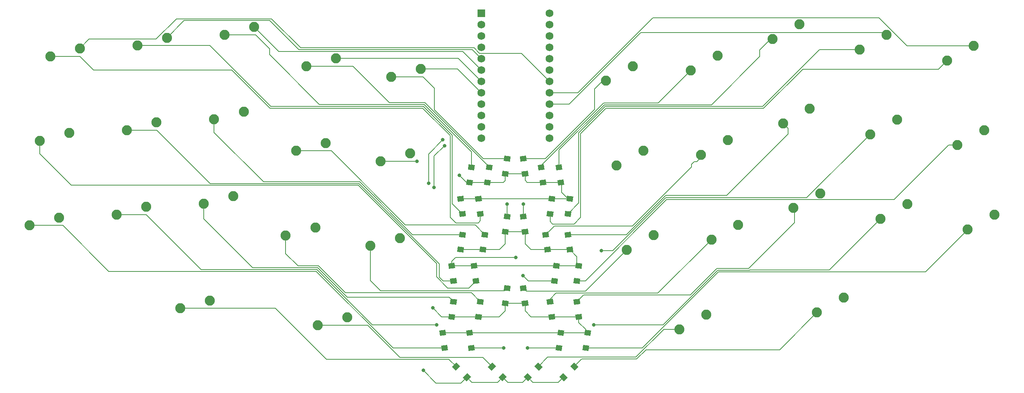
<source format=gbr>
G04 #@! TF.GenerationSoftware,KiCad,Pcbnew,(5.1.9)-1*
G04 #@! TF.CreationDate,2021-09-30T23:41:13-07:00*
G04 #@! TF.ProjectId,Claudia,436c6175-6469-4612-9e6b-696361645f70,rev?*
G04 #@! TF.SameCoordinates,Original*
G04 #@! TF.FileFunction,Copper,L1,Top*
G04 #@! TF.FilePolarity,Positive*
%FSLAX46Y46*%
G04 Gerber Fmt 4.6, Leading zero omitted, Abs format (unit mm)*
G04 Created by KiCad (PCBNEW (5.1.9)-1) date 2021-09-30 23:41:13*
%MOMM*%
%LPD*%
G01*
G04 APERTURE LIST*
G04 #@! TA.AperFunction,ComponentPad*
%ADD10C,1.752600*%
G04 #@! TD*
G04 #@! TA.AperFunction,ComponentPad*
%ADD11R,1.752600X1.752600*%
G04 #@! TD*
G04 #@! TA.AperFunction,ComponentPad*
%ADD12C,2.250000*%
G04 #@! TD*
G04 #@! TA.AperFunction,SMDPad,CuDef*
%ADD13C,0.100000*%
G04 #@! TD*
G04 #@! TA.AperFunction,ViaPad*
%ADD14C,0.800000*%
G04 #@! TD*
G04 #@! TA.AperFunction,Conductor*
%ADD15C,0.200000*%
G04 #@! TD*
G04 APERTURE END LIST*
D10*
X145643600Y-37820600D03*
X130403600Y-65760600D03*
X145643600Y-40360600D03*
X145643600Y-42900600D03*
X145643600Y-45440600D03*
X145643600Y-47980600D03*
X145643600Y-50520600D03*
X145643600Y-53060600D03*
X145643600Y-55600600D03*
X145643600Y-58140600D03*
X145643600Y-60680600D03*
X145643600Y-63220600D03*
X145643600Y-65760600D03*
X130403600Y-63220600D03*
X130403600Y-60680600D03*
X130403600Y-58140600D03*
X130403600Y-55600600D03*
X130403600Y-53060600D03*
X130403600Y-50520600D03*
X130403600Y-47980600D03*
X130403600Y-45440600D03*
X130403600Y-42900600D03*
X130403600Y-40360600D03*
D11*
X130403600Y-37820600D03*
D12*
X100439551Y-105819087D03*
X93827335Y-107566284D03*
X116858386Y-50255880D03*
X110246170Y-52003077D03*
X164313748Y-49636783D03*
X158320628Y-52931721D03*
X245169389Y-82893349D03*
X239176269Y-86188287D03*
X242847778Y-63985344D03*
X236854658Y-67280282D03*
X240526167Y-45077340D03*
X234533047Y-48372278D03*
X225680982Y-80487959D03*
X219687862Y-83782897D03*
X223359371Y-61579954D03*
X217366251Y-64874892D03*
X221037760Y-42671950D03*
X215044640Y-45966888D03*
X206192575Y-78082569D03*
X200199455Y-81377507D03*
X203870964Y-59174564D03*
X197877844Y-62469502D03*
X201549353Y-40266560D03*
X195556233Y-43561498D03*
X211457842Y-101427403D03*
X205464722Y-104722341D03*
X187864974Y-85131181D03*
X181871854Y-88426119D03*
X185543363Y-66223176D03*
X179550243Y-69518114D03*
X183221752Y-47315172D03*
X177228632Y-50610110D03*
X168956969Y-87452792D03*
X162963849Y-90747730D03*
X166635359Y-68544787D03*
X160642239Y-71839725D03*
X112215165Y-88071889D03*
X105602949Y-89819086D03*
X114536775Y-69163884D03*
X107924559Y-70911081D03*
X69714292Y-102046500D03*
X63102076Y-103793697D03*
X93307160Y-85750278D03*
X86694944Y-87497475D03*
X95628771Y-66842273D03*
X89016555Y-68589470D03*
X97950382Y-47934269D03*
X91338166Y-49681466D03*
X74979559Y-78701666D03*
X68367343Y-80448863D03*
X77301170Y-59793661D03*
X70688954Y-61540858D03*
X79622781Y-40885657D03*
X73010565Y-42632854D03*
X55491152Y-81107056D03*
X48878936Y-82854253D03*
X57812763Y-62199051D03*
X51200547Y-63946248D03*
X60134374Y-43291047D03*
X53522158Y-45038244D03*
X36002745Y-83512446D03*
X29390529Y-85259643D03*
X38324356Y-64604441D03*
X31712140Y-66351638D03*
X40645967Y-45696437D03*
X34033751Y-47443634D03*
X180732583Y-105199990D03*
X174739463Y-108494928D03*
G04 #@! TA.AperFunction,SMDPad,CuDef*
D13*
G36*
X154414483Y-113368164D02*
G01*
X153024918Y-113197547D01*
X153171161Y-112006492D01*
X154560726Y-112177109D01*
X154414483Y-113368164D01*
G37*
G04 #@! TD.AperFunction*
G04 #@! TA.AperFunction,SMDPad,CuDef*
G36*
X154828839Y-109993508D02*
G01*
X153439274Y-109822891D01*
X153585517Y-108631836D01*
X154975082Y-108802453D01*
X154828839Y-109993508D01*
G37*
G04 #@! TD.AperFunction*
G04 #@! TA.AperFunction,SMDPad,CuDef*
G36*
X152414483Y-98368164D02*
G01*
X151024918Y-98197547D01*
X151171161Y-97006492D01*
X152560726Y-97177109D01*
X152414483Y-98368164D01*
G37*
G04 #@! TD.AperFunction*
G04 #@! TA.AperFunction,SMDPad,CuDef*
G36*
X152828839Y-94993508D02*
G01*
X151439274Y-94822891D01*
X151585517Y-93631836D01*
X152975082Y-93802453D01*
X152828839Y-94993508D01*
G37*
G04 #@! TD.AperFunction*
G04 #@! TA.AperFunction,SMDPad,CuDef*
G36*
X146414483Y-83368164D02*
G01*
X145024918Y-83197547D01*
X145171161Y-82006492D01*
X146560726Y-82177109D01*
X146414483Y-83368164D01*
G37*
G04 #@! TD.AperFunction*
G04 #@! TA.AperFunction,SMDPad,CuDef*
G36*
X146828839Y-79993508D02*
G01*
X145439274Y-79822891D01*
X145585517Y-78631836D01*
X146975082Y-78802453D01*
X146828839Y-79993508D01*
G37*
G04 #@! TD.AperFunction*
G04 #@! TA.AperFunction,SMDPad,CuDef*
G36*
X148414483Y-113368164D02*
G01*
X147024918Y-113197547D01*
X147171161Y-112006492D01*
X148560726Y-112177109D01*
X148414483Y-113368164D01*
G37*
G04 #@! TD.AperFunction*
G04 #@! TA.AperFunction,SMDPad,CuDef*
G36*
X148828839Y-109993508D02*
G01*
X147439274Y-109822891D01*
X147585517Y-108631836D01*
X148975082Y-108802453D01*
X148828839Y-109993508D01*
G37*
G04 #@! TD.AperFunction*
G04 #@! TA.AperFunction,SMDPad,CuDef*
G36*
X147414483Y-98368164D02*
G01*
X146024918Y-98197547D01*
X146171161Y-97006492D01*
X147560726Y-97177109D01*
X147414483Y-98368164D01*
G37*
G04 #@! TD.AperFunction*
G04 #@! TA.AperFunction,SMDPad,CuDef*
G36*
X147828839Y-94993508D02*
G01*
X146439274Y-94822891D01*
X146585517Y-93631836D01*
X147975082Y-93802453D01*
X147828839Y-94993508D01*
G37*
G04 #@! TD.AperFunction*
G04 #@! TA.AperFunction,SMDPad,CuDef*
G36*
X150414483Y-83368164D02*
G01*
X149024918Y-83197547D01*
X149171161Y-82006492D01*
X150560726Y-82177109D01*
X150414483Y-83368164D01*
G37*
G04 #@! TD.AperFunction*
G04 #@! TA.AperFunction,SMDPad,CuDef*
G36*
X150828839Y-79993508D02*
G01*
X149439274Y-79822891D01*
X149585517Y-78631836D01*
X150975082Y-78802453D01*
X150828839Y-79993508D01*
G37*
G04 #@! TD.AperFunction*
G04 #@! TA.AperFunction,SMDPad,CuDef*
G36*
X151024918Y-101802453D02*
G01*
X152414483Y-101631836D01*
X152560726Y-102822891D01*
X151171161Y-102993508D01*
X151024918Y-101802453D01*
G37*
G04 #@! TD.AperFunction*
G04 #@! TA.AperFunction,SMDPad,CuDef*
G36*
X151439274Y-105177109D02*
G01*
X152828839Y-105006492D01*
X152975082Y-106197547D01*
X151585517Y-106368164D01*
X151439274Y-105177109D01*
G37*
G04 #@! TD.AperFunction*
G04 #@! TA.AperFunction,SMDPad,CuDef*
G36*
X149024918Y-86802453D02*
G01*
X150414483Y-86631836D01*
X150560726Y-87822891D01*
X149171161Y-87993508D01*
X149024918Y-86802453D01*
G37*
G04 #@! TD.AperFunction*
G04 #@! TA.AperFunction,SMDPad,CuDef*
G36*
X149439274Y-90177109D02*
G01*
X150828839Y-90006492D01*
X150975082Y-91197547D01*
X149585517Y-91368164D01*
X149439274Y-90177109D01*
G37*
G04 #@! TD.AperFunction*
G04 #@! TA.AperFunction,SMDPad,CuDef*
G36*
X147024918Y-71802453D02*
G01*
X148414483Y-71631836D01*
X148560726Y-72822891D01*
X147171161Y-72993508D01*
X147024918Y-71802453D01*
G37*
G04 #@! TD.AperFunction*
G04 #@! TA.AperFunction,SMDPad,CuDef*
G36*
X147439274Y-75177109D02*
G01*
X148828839Y-75006492D01*
X148975082Y-76197547D01*
X147585517Y-76368164D01*
X147439274Y-75177109D01*
G37*
G04 #@! TD.AperFunction*
G04 #@! TA.AperFunction,SMDPad,CuDef*
G36*
X151131371Y-115878679D02*
G01*
X152121321Y-116868629D01*
X151272793Y-117717157D01*
X150282843Y-116727207D01*
X151131371Y-115878679D01*
G37*
G04 #@! TD.AperFunction*
G04 #@! TA.AperFunction,SMDPad,CuDef*
G36*
X148727207Y-118282843D02*
G01*
X149717157Y-119272793D01*
X148868629Y-120121321D01*
X147878679Y-119131371D01*
X148727207Y-118282843D01*
G37*
G04 #@! TD.AperFunction*
G04 #@! TA.AperFunction,SMDPad,CuDef*
G36*
X145439274Y-105177109D02*
G01*
X146828839Y-105006492D01*
X146975082Y-106197547D01*
X145585517Y-106368164D01*
X145439274Y-105177109D01*
G37*
G04 #@! TD.AperFunction*
G04 #@! TA.AperFunction,SMDPad,CuDef*
G36*
X145024918Y-101802453D02*
G01*
X146414483Y-101631836D01*
X146560726Y-102822891D01*
X145171161Y-102993508D01*
X145024918Y-101802453D01*
G37*
G04 #@! TD.AperFunction*
G04 #@! TA.AperFunction,SMDPad,CuDef*
G36*
X144024918Y-86802453D02*
G01*
X145414483Y-86631836D01*
X145560726Y-87822891D01*
X144171161Y-87993508D01*
X144024918Y-86802453D01*
G37*
G04 #@! TD.AperFunction*
G04 #@! TA.AperFunction,SMDPad,CuDef*
G36*
X144439274Y-90177109D02*
G01*
X145828839Y-90006492D01*
X145975082Y-91197547D01*
X144585517Y-91368164D01*
X144439274Y-90177109D01*
G37*
G04 #@! TD.AperFunction*
G04 #@! TA.AperFunction,SMDPad,CuDef*
G36*
X143024918Y-71802453D02*
G01*
X144414483Y-71631836D01*
X144560726Y-72822891D01*
X143171161Y-72993508D01*
X143024918Y-71802453D01*
G37*
G04 #@! TD.AperFunction*
G04 #@! TA.AperFunction,SMDPad,CuDef*
G36*
X143439274Y-75177109D02*
G01*
X144828839Y-75006492D01*
X144975082Y-76197547D01*
X143585517Y-76368164D01*
X143439274Y-75177109D01*
G37*
G04 #@! TD.AperFunction*
G04 #@! TA.AperFunction,SMDPad,CuDef*
G36*
X143131371Y-115878679D02*
G01*
X144121321Y-116868629D01*
X143272793Y-117717157D01*
X142282843Y-116727207D01*
X143131371Y-115878679D01*
G37*
G04 #@! TD.AperFunction*
G04 #@! TA.AperFunction,SMDPad,CuDef*
G36*
X140727207Y-118282843D02*
G01*
X141717157Y-119272793D01*
X140868629Y-120121321D01*
X139878679Y-119131371D01*
X140727207Y-118282843D01*
G37*
G04 #@! TD.AperFunction*
G04 #@! TA.AperFunction,SMDPad,CuDef*
G36*
X139439274Y-102177109D02*
G01*
X140828839Y-102006492D01*
X140975082Y-103197547D01*
X139585517Y-103368164D01*
X139439274Y-102177109D01*
G37*
G04 #@! TD.AperFunction*
G04 #@! TA.AperFunction,SMDPad,CuDef*
G36*
X139024918Y-98802453D02*
G01*
X140414483Y-98631836D01*
X140560726Y-99822891D01*
X139171161Y-99993508D01*
X139024918Y-98802453D01*
G37*
G04 #@! TD.AperFunction*
G04 #@! TA.AperFunction,SMDPad,CuDef*
G36*
X139024918Y-82802453D02*
G01*
X140414483Y-82631836D01*
X140560726Y-83822891D01*
X139171161Y-83993508D01*
X139024918Y-82802453D01*
G37*
G04 #@! TD.AperFunction*
G04 #@! TA.AperFunction,SMDPad,CuDef*
G36*
X139439274Y-86177109D02*
G01*
X140828839Y-86006492D01*
X140975082Y-87197547D01*
X139585517Y-87368164D01*
X139439274Y-86177109D01*
G37*
G04 #@! TD.AperFunction*
G04 #@! TA.AperFunction,SMDPad,CuDef*
G36*
X139439274Y-73177109D02*
G01*
X140828839Y-73006492D01*
X140975082Y-74197547D01*
X139585517Y-74368164D01*
X139439274Y-73177109D01*
G37*
G04 #@! TD.AperFunction*
G04 #@! TA.AperFunction,SMDPad,CuDef*
G36*
X139024918Y-69802453D02*
G01*
X140414483Y-69631836D01*
X140560726Y-70822891D01*
X139171161Y-70993508D01*
X139024918Y-69802453D01*
G37*
G04 #@! TD.AperFunction*
G04 #@! TA.AperFunction,SMDPad,CuDef*
G36*
X131878679Y-116868629D02*
G01*
X132868629Y-115878679D01*
X133717157Y-116727207D01*
X132727207Y-117717157D01*
X131878679Y-116868629D01*
G37*
G04 #@! TD.AperFunction*
G04 #@! TA.AperFunction,SMDPad,CuDef*
G36*
X134282843Y-119272793D02*
G01*
X135272793Y-118282843D01*
X136121321Y-119131371D01*
X135131371Y-120121321D01*
X134282843Y-119272793D01*
G37*
G04 #@! TD.AperFunction*
G04 #@! TA.AperFunction,SMDPad,CuDef*
G36*
X135171161Y-102006492D02*
G01*
X136560726Y-102177109D01*
X136414483Y-103368164D01*
X135024918Y-103197547D01*
X135171161Y-102006492D01*
G37*
G04 #@! TD.AperFunction*
G04 #@! TA.AperFunction,SMDPad,CuDef*
G36*
X135585517Y-98631836D02*
G01*
X136975082Y-98802453D01*
X136828839Y-99993508D01*
X135439274Y-99822891D01*
X135585517Y-98631836D01*
G37*
G04 #@! TD.AperFunction*
G04 #@! TA.AperFunction,SMDPad,CuDef*
G36*
X135585517Y-82631836D02*
G01*
X136975082Y-82802453D01*
X136828839Y-83993508D01*
X135439274Y-83822891D01*
X135585517Y-82631836D01*
G37*
G04 #@! TD.AperFunction*
G04 #@! TA.AperFunction,SMDPad,CuDef*
G36*
X135171161Y-86006492D02*
G01*
X136560726Y-86177109D01*
X136414483Y-87368164D01*
X135024918Y-87197547D01*
X135171161Y-86006492D01*
G37*
G04 #@! TD.AperFunction*
G04 #@! TA.AperFunction,SMDPad,CuDef*
G36*
X135171161Y-73006492D02*
G01*
X136560726Y-73177109D01*
X136414483Y-74368164D01*
X135024918Y-74197547D01*
X135171161Y-73006492D01*
G37*
G04 #@! TD.AperFunction*
G04 #@! TA.AperFunction,SMDPad,CuDef*
G36*
X135585517Y-69631836D02*
G01*
X136975082Y-69802453D01*
X136828839Y-70993508D01*
X135439274Y-70822891D01*
X135585517Y-69631836D01*
G37*
G04 #@! TD.AperFunction*
G04 #@! TA.AperFunction,SMDPad,CuDef*
G36*
X123878679Y-116868629D02*
G01*
X124868629Y-115878679D01*
X125717157Y-116727207D01*
X124727207Y-117717157D01*
X123878679Y-116868629D01*
G37*
G04 #@! TD.AperFunction*
G04 #@! TA.AperFunction,SMDPad,CuDef*
G36*
X126282843Y-119272793D02*
G01*
X127272793Y-118282843D01*
X128121321Y-119131371D01*
X127131371Y-120121321D01*
X126282843Y-119272793D01*
G37*
G04 #@! TD.AperFunction*
G04 #@! TA.AperFunction,SMDPad,CuDef*
G36*
X129585517Y-101631836D02*
G01*
X130975082Y-101802453D01*
X130828839Y-102993508D01*
X129439274Y-102822891D01*
X129585517Y-101631836D01*
G37*
G04 #@! TD.AperFunction*
G04 #@! TA.AperFunction,SMDPad,CuDef*
G36*
X129171161Y-105006492D02*
G01*
X130560726Y-105177109D01*
X130414483Y-106368164D01*
X129024918Y-106197547D01*
X129171161Y-105006492D01*
G37*
G04 #@! TD.AperFunction*
G04 #@! TA.AperFunction,SMDPad,CuDef*
G36*
X130585517Y-86631836D02*
G01*
X131975082Y-86802453D01*
X131828839Y-87993508D01*
X130439274Y-87822891D01*
X130585517Y-86631836D01*
G37*
G04 #@! TD.AperFunction*
G04 #@! TA.AperFunction,SMDPad,CuDef*
G36*
X130171161Y-90006492D02*
G01*
X131560726Y-90177109D01*
X131414483Y-91368164D01*
X130024918Y-91197547D01*
X130171161Y-90006492D01*
G37*
G04 #@! TD.AperFunction*
G04 #@! TA.AperFunction,SMDPad,CuDef*
G36*
X131585517Y-71631836D02*
G01*
X132975082Y-71802453D01*
X132828839Y-72993508D01*
X131439274Y-72822891D01*
X131585517Y-71631836D01*
G37*
G04 #@! TD.AperFunction*
G04 #@! TA.AperFunction,SMDPad,CuDef*
G36*
X131171161Y-75006492D02*
G01*
X132560726Y-75177109D01*
X132414483Y-76368164D01*
X131024918Y-76197547D01*
X131171161Y-75006492D01*
G37*
G04 #@! TD.AperFunction*
G04 #@! TA.AperFunction,SMDPad,CuDef*
G36*
X123585517Y-101631836D02*
G01*
X124975082Y-101802453D01*
X124828839Y-102993508D01*
X123439274Y-102822891D01*
X123585517Y-101631836D01*
G37*
G04 #@! TD.AperFunction*
G04 #@! TA.AperFunction,SMDPad,CuDef*
G36*
X123171161Y-105006492D02*
G01*
X124560726Y-105177109D01*
X124414483Y-106368164D01*
X123024918Y-106197547D01*
X123171161Y-105006492D01*
G37*
G04 #@! TD.AperFunction*
G04 #@! TA.AperFunction,SMDPad,CuDef*
G36*
X125585517Y-86631836D02*
G01*
X126975082Y-86802453D01*
X126828839Y-87993508D01*
X125439274Y-87822891D01*
X125585517Y-86631836D01*
G37*
G04 #@! TD.AperFunction*
G04 #@! TA.AperFunction,SMDPad,CuDef*
G36*
X125171161Y-90006492D02*
G01*
X126560726Y-90177109D01*
X126414483Y-91368164D01*
X125024918Y-91197547D01*
X125171161Y-90006492D01*
G37*
G04 #@! TD.AperFunction*
G04 #@! TA.AperFunction,SMDPad,CuDef*
G36*
X127585517Y-71631836D02*
G01*
X128975082Y-71802453D01*
X128828839Y-72993508D01*
X127439274Y-72822891D01*
X127585517Y-71631836D01*
G37*
G04 #@! TD.AperFunction*
G04 #@! TA.AperFunction,SMDPad,CuDef*
G36*
X127171161Y-75006492D02*
G01*
X128560726Y-75177109D01*
X128414483Y-76368164D01*
X127024918Y-76197547D01*
X127171161Y-75006492D01*
G37*
G04 #@! TD.AperFunction*
G04 #@! TA.AperFunction,SMDPad,CuDef*
G36*
X128975082Y-113197547D02*
G01*
X127585517Y-113368164D01*
X127439274Y-112177109D01*
X128828839Y-112006492D01*
X128975082Y-113197547D01*
G37*
G04 #@! TD.AperFunction*
G04 #@! TA.AperFunction,SMDPad,CuDef*
G36*
X128560726Y-109822891D02*
G01*
X127171161Y-109993508D01*
X127024918Y-108802453D01*
X128414483Y-108631836D01*
X128560726Y-109822891D01*
G37*
G04 #@! TD.AperFunction*
G04 #@! TA.AperFunction,SMDPad,CuDef*
G36*
X124975082Y-98197547D02*
G01*
X123585517Y-98368164D01*
X123439274Y-97177109D01*
X124828839Y-97006492D01*
X124975082Y-98197547D01*
G37*
G04 #@! TD.AperFunction*
G04 #@! TA.AperFunction,SMDPad,CuDef*
G36*
X124560726Y-94822891D02*
G01*
X123171161Y-94993508D01*
X123024918Y-93802453D01*
X124414483Y-93631836D01*
X124560726Y-94822891D01*
G37*
G04 #@! TD.AperFunction*
G04 #@! TA.AperFunction,SMDPad,CuDef*
G36*
X126975082Y-83197547D02*
G01*
X125585517Y-83368164D01*
X125439274Y-82177109D01*
X126828839Y-82006492D01*
X126975082Y-83197547D01*
G37*
G04 #@! TD.AperFunction*
G04 #@! TA.AperFunction,SMDPad,CuDef*
G36*
X126560726Y-79822891D02*
G01*
X125171161Y-79993508D01*
X125024918Y-78802453D01*
X126414483Y-78631836D01*
X126560726Y-79822891D01*
G37*
G04 #@! TD.AperFunction*
G04 #@! TA.AperFunction,SMDPad,CuDef*
G36*
X122975082Y-113197547D02*
G01*
X121585517Y-113368164D01*
X121439274Y-112177109D01*
X122828839Y-112006492D01*
X122975082Y-113197547D01*
G37*
G04 #@! TD.AperFunction*
G04 #@! TA.AperFunction,SMDPad,CuDef*
G36*
X122560726Y-109822891D02*
G01*
X121171161Y-109993508D01*
X121024918Y-108802453D01*
X122414483Y-108631836D01*
X122560726Y-109822891D01*
G37*
G04 #@! TD.AperFunction*
G04 #@! TA.AperFunction,SMDPad,CuDef*
G36*
X129975082Y-98197547D02*
G01*
X128585517Y-98368164D01*
X128439274Y-97177109D01*
X129828839Y-97006492D01*
X129975082Y-98197547D01*
G37*
G04 #@! TD.AperFunction*
G04 #@! TA.AperFunction,SMDPad,CuDef*
G36*
X129560726Y-94822891D02*
G01*
X128171161Y-94993508D01*
X128024918Y-93802453D01*
X129414483Y-93631836D01*
X129560726Y-94822891D01*
G37*
G04 #@! TD.AperFunction*
G04 #@! TA.AperFunction,SMDPad,CuDef*
G36*
X130975082Y-83197547D02*
G01*
X129585517Y-83368164D01*
X129439274Y-82177109D01*
X130828839Y-82006492D01*
X130975082Y-83197547D01*
G37*
G04 #@! TD.AperFunction*
G04 #@! TA.AperFunction,SMDPad,CuDef*
G36*
X130560726Y-79822891D02*
G01*
X129171161Y-79993508D01*
X129024918Y-78802453D01*
X130414483Y-78631836D01*
X130560726Y-79822891D01*
G37*
G04 #@! TD.AperFunction*
D14*
X125552200Y-74091800D03*
X138099800Y-92430600D03*
X119557800Y-103682800D03*
X119862600Y-76784200D03*
X122199400Y-67437000D03*
X117449600Y-117703600D03*
X118643400Y-75844400D03*
X121818400Y-66116200D03*
X135382000Y-112687328D03*
X120421400Y-107492800D03*
X136207178Y-80518000D03*
X116052600Y-70916800D03*
X139792822Y-80518000D03*
X139725400Y-96520000D03*
X157226000Y-90932000D03*
X140741400Y-112687328D03*
X155600400Y-107467400D03*
D15*
X148000000Y-75700000D02*
X144000000Y-75700000D01*
X132000000Y-75700000D02*
X128000000Y-75700000D01*
X145792822Y-79312672D02*
X149792822Y-79312672D01*
X149792822Y-79312672D02*
X148361400Y-77881250D01*
X148361400Y-75841550D02*
X148207178Y-75687328D01*
X148361400Y-77881250D02*
X148361400Y-75841550D01*
X140207178Y-73687328D02*
X140207178Y-75183178D01*
X140711328Y-75687328D02*
X144207178Y-75687328D01*
X140207178Y-75183178D02*
X140711328Y-75687328D01*
X135792822Y-73687328D02*
X135792822Y-75255778D01*
X135361272Y-75687328D02*
X131792822Y-75687328D01*
X135792822Y-75255778D02*
X135361272Y-75687328D01*
X125792822Y-79312672D02*
X129792822Y-79312672D01*
X129792822Y-79312672D02*
X146207178Y-79312672D01*
X140207178Y-73687328D02*
X135792822Y-73687328D01*
X127792822Y-75687328D02*
X127147728Y-75687328D01*
X127147728Y-75687328D02*
X125552200Y-74091800D01*
X125552200Y-74091800D02*
X125552200Y-74091800D01*
X124207178Y-94312672D02*
X129207178Y-94312672D01*
X129207178Y-94312672D02*
X146792822Y-94312672D01*
X146792822Y-94312672D02*
X151792822Y-94312672D01*
X151792822Y-92272972D02*
X150207178Y-90687328D01*
X151792822Y-94312672D02*
X151792822Y-92272972D01*
X150207178Y-90687328D02*
X145207178Y-90687328D01*
X130792822Y-90687328D02*
X125792822Y-90687328D01*
X140207178Y-86687328D02*
X140207178Y-89407178D01*
X141487328Y-90687328D02*
X145207178Y-90687328D01*
X140207178Y-89407178D02*
X141487328Y-90687328D01*
X140207178Y-86687328D02*
X135792822Y-86687328D01*
X135792822Y-86687328D02*
X135792822Y-89352778D01*
X134458272Y-90687328D02*
X130792822Y-90687328D01*
X135792822Y-89352778D02*
X134458272Y-90687328D01*
X123792822Y-94312672D02*
X123792822Y-93275578D01*
X123792822Y-93275578D02*
X124637800Y-92430600D01*
X124637800Y-92430600D02*
X138099800Y-92430600D01*
X138099800Y-92430600D02*
X138099800Y-92430600D01*
X125277269Y-47934269D02*
X130403600Y-53060600D01*
X97950382Y-47934269D02*
X125277269Y-47934269D01*
X122207178Y-109312672D02*
X128207178Y-109312672D01*
X128207178Y-109312672D02*
X147792822Y-109312672D01*
X147792822Y-109312672D02*
X153792822Y-109312672D01*
X153792822Y-109312672D02*
X153792822Y-108555422D01*
X152207178Y-106969778D02*
X152207178Y-105687328D01*
X153792822Y-108555422D02*
X152207178Y-106969778D01*
X152207178Y-105687328D02*
X146207178Y-105687328D01*
X140207178Y-102687328D02*
X140207178Y-104367778D01*
X141526728Y-105687328D02*
X146207178Y-105687328D01*
X140207178Y-104367778D02*
X141526728Y-105687328D01*
X140207178Y-102687328D02*
X135792822Y-102687328D01*
X135792822Y-102687328D02*
X135792822Y-104338778D01*
X134444272Y-105687328D02*
X129792822Y-105687328D01*
X135792822Y-104338778D02*
X134444272Y-105687328D01*
X129792822Y-105687328D02*
X123792822Y-105687328D01*
X123792822Y-105687328D02*
X121562328Y-105687328D01*
X121562328Y-105687328D02*
X119557800Y-103682800D01*
X119557800Y-103682800D02*
X119557800Y-103682800D01*
X119862600Y-76784200D02*
X119862600Y-69773800D01*
X119862600Y-69773800D02*
X122199400Y-67437000D01*
X122199400Y-67437000D02*
X122199400Y-67437000D01*
X83097856Y-39460656D02*
X89592190Y-45954990D01*
X63964765Y-39460656D02*
X83097856Y-39460656D01*
X60134374Y-43291047D02*
X63964765Y-39460656D01*
X128377990Y-45954990D02*
X130403600Y-47980600D01*
X89592190Y-45954990D02*
X128377990Y-45954990D01*
X62255773Y-39060646D02*
X83510646Y-39060646D01*
X57703176Y-43613243D02*
X62255773Y-39060646D01*
X42729161Y-43613243D02*
X57703176Y-43613243D01*
X40645967Y-45696437D02*
X42729161Y-43613243D01*
X139387299Y-46804299D02*
X145643600Y-53060600D01*
X130026373Y-46804299D02*
X139387299Y-46804299D01*
X128777054Y-45554980D02*
X130026373Y-46804299D01*
X90004980Y-45554980D02*
X128777054Y-45554980D01*
X83510646Y-39060646D02*
X90004980Y-45554980D01*
X126238000Y-46355000D02*
X130403600Y-50520600D01*
X85092124Y-46355000D02*
X126238000Y-46355000D01*
X79622781Y-40885657D02*
X85092124Y-46355000D01*
X127202082Y-119202082D02*
X128346200Y-120346200D01*
X134057964Y-120346200D02*
X135202082Y-119202082D01*
X128346200Y-120346200D02*
X134057964Y-120346200D01*
X135202082Y-119202082D02*
X136345200Y-120345200D01*
X139654800Y-120345200D02*
X140797918Y-119202082D01*
X136345200Y-120345200D02*
X139654800Y-120345200D01*
X140797918Y-119202082D02*
X141941036Y-120345200D01*
X147654800Y-120345200D02*
X148797918Y-119202082D01*
X141941036Y-120345200D02*
X147654800Y-120345200D01*
X127202082Y-119202082D02*
X125855764Y-120548400D01*
X125855764Y-120548400D02*
X120294400Y-120548400D01*
X120294400Y-120548400D02*
X117449600Y-117703600D01*
X117449600Y-117703600D02*
X117449600Y-117703600D01*
X118643400Y-75844400D02*
X118643400Y-69291200D01*
X118643400Y-69291200D02*
X121818400Y-66116200D01*
X121818400Y-66116200D02*
X121843800Y-66090800D01*
X152019000Y-55600600D02*
X145643600Y-55600600D01*
X168778041Y-38841559D02*
X152019000Y-55600600D01*
X219316371Y-38841559D02*
X168778041Y-38841559D01*
X225552152Y-45077340D02*
X219316371Y-38841559D01*
X240526167Y-45077340D02*
X225552152Y-45077340D01*
X125058880Y-50255880D02*
X130403600Y-55600600D01*
X116858386Y-50255880D02*
X125058880Y-50255880D01*
X150063200Y-58140600D02*
X145643600Y-58140600D01*
X166067303Y-42136497D02*
X150063200Y-58140600D01*
X220502307Y-42136497D02*
X166067303Y-42136497D01*
X221037760Y-42671950D02*
X220502307Y-42136497D01*
X40682455Y-47443634D02*
X34033751Y-47443634D01*
X74639518Y-50484118D02*
X43722939Y-50484118D01*
X117333020Y-59042220D02*
X83197620Y-59042220D01*
X123494800Y-83439000D02*
X123494800Y-65204000D01*
X43722939Y-50484118D02*
X40682455Y-47443634D01*
X83197620Y-59042220D02*
X74639518Y-50484118D01*
X123494800Y-65204000D02*
X117333020Y-59042220D01*
X124790200Y-84734400D02*
X123494800Y-83439000D01*
X129717800Y-84734400D02*
X124790200Y-84734400D01*
X130207178Y-84245022D02*
X129717800Y-84734400D01*
X130207178Y-82687328D02*
X130207178Y-84245022D01*
X38747402Y-76295210D02*
X31712140Y-69259948D01*
X102907511Y-76295211D02*
X38747402Y-76295210D01*
X120421400Y-93809100D02*
X102907511Y-76295211D01*
X122929102Y-99288600D02*
X120421400Y-96780898D01*
X127605906Y-99288600D02*
X122929102Y-99288600D01*
X31712140Y-69259948D02*
X31712140Y-66351638D01*
X129207178Y-97687328D02*
X127605906Y-99288600D01*
X120421400Y-96780898D02*
X120421400Y-93809100D01*
X36872643Y-85259643D02*
X29390529Y-85259643D01*
X47134926Y-95521926D02*
X36872643Y-85259643D01*
X93522224Y-95521926D02*
X47134926Y-95521926D01*
X110687626Y-112687328D02*
X93522224Y-95521926D01*
X122207178Y-112687328D02*
X110687626Y-112687328D01*
X123901200Y-80381350D02*
X123901200Y-65044700D01*
X117498709Y-58642209D02*
X83363309Y-58642209D01*
X69759344Y-45038244D02*
X55113148Y-45038244D01*
X55113148Y-45038244D02*
X53522158Y-45038244D01*
X126207178Y-82687328D02*
X123901200Y-80381350D01*
X83363309Y-58642209D02*
X69759344Y-45038244D01*
X123901200Y-65044700D02*
X117498709Y-58642209D01*
X57849251Y-63946248D02*
X51200547Y-63946248D01*
X121893528Y-97687328D02*
X121031000Y-96824800D01*
X69798203Y-75895200D02*
X57849251Y-63946248D01*
X124207178Y-97687328D02*
X121893528Y-97687328D01*
X121031000Y-93853000D02*
X103073200Y-75895200D01*
X121031000Y-96824800D02*
X121031000Y-93853000D01*
X103073200Y-75895200D02*
X69798203Y-75895200D01*
X128207178Y-112687328D02*
X135382000Y-112687328D01*
X135382000Y-112687328D02*
X135382000Y-112687328D01*
X120421400Y-107492800D02*
X106058796Y-107492800D01*
X106058796Y-107492800D02*
X93687913Y-95121916D01*
X55527640Y-82854253D02*
X48878936Y-82854253D01*
X67795303Y-95121916D02*
X55527640Y-82854253D01*
X93687913Y-95121916D02*
X67795303Y-95121916D01*
X79945454Y-42632854D02*
X73010565Y-42632854D01*
X83058000Y-45745400D02*
X79945454Y-42632854D01*
X83058000Y-47076676D02*
X83058000Y-45745400D01*
X94223524Y-58242200D02*
X83058000Y-47076676D01*
X117664400Y-58242200D02*
X94223524Y-58242200D01*
X128207178Y-68784978D02*
X117664400Y-58242200D01*
X128207178Y-72312672D02*
X128207178Y-68784978D01*
X70688954Y-64449168D02*
X70688954Y-61540858D01*
X81728586Y-75488800D02*
X70688954Y-64449168D01*
X103232498Y-75488800D02*
X81728586Y-75488800D01*
X115056370Y-87312672D02*
X103232498Y-75488800D01*
X126207178Y-87312672D02*
X115056370Y-87312672D01*
X68367343Y-83774237D02*
X68367343Y-80448863D01*
X79309706Y-94716600D02*
X68367343Y-83774237D01*
X100482400Y-101320600D02*
X93878400Y-94716600D01*
X123215106Y-101320600D02*
X100482400Y-101320600D01*
X93878400Y-94716600D02*
X79309706Y-94716600D01*
X124207178Y-102312672D02*
X123215106Y-101320600D01*
X132207178Y-72312672D02*
X132207178Y-72219278D01*
X101726066Y-49681466D02*
X91338166Y-49681466D01*
X132207178Y-72219278D02*
X117823700Y-57835800D01*
X117823700Y-57835800D02*
X109880400Y-57835800D01*
X109880400Y-57835800D02*
X101726066Y-49681466D01*
X96898867Y-68589470D02*
X89016555Y-68589470D01*
X113443807Y-85134410D02*
X96898867Y-68589470D01*
X129028916Y-85134410D02*
X113443807Y-85134410D01*
X131207178Y-87312672D02*
X129028916Y-85134410D01*
X86694944Y-91571744D02*
X86694944Y-87497475D01*
X89408000Y-94284800D02*
X86694944Y-91571744D01*
X94012298Y-94284800D02*
X89408000Y-94284800D01*
X100032098Y-100304600D02*
X94012298Y-94284800D01*
X128199106Y-100304600D02*
X100032098Y-100304600D01*
X130207178Y-102312672D02*
X128199106Y-100304600D01*
X84379372Y-103793697D02*
X95768285Y-115182610D01*
X63102076Y-103793697D02*
X84379372Y-103793697D01*
X123182610Y-115182610D02*
X124797918Y-116797918D01*
X95768285Y-115182610D02*
X123182610Y-115182610D01*
X117382677Y-52003077D02*
X110246170Y-52003077D01*
X119935358Y-54555758D02*
X117382677Y-52003077D01*
X119935358Y-59381758D02*
X119935358Y-54555758D01*
X130866272Y-70312672D02*
X119935358Y-59381758D01*
X136207178Y-70312672D02*
X130866272Y-70312672D01*
X136207178Y-83312672D02*
X136207178Y-80518000D01*
X136207178Y-80518000D02*
X136207178Y-80518000D01*
X116046881Y-70911081D02*
X116052600Y-70916800D01*
X107924559Y-70911081D02*
X116046881Y-70911081D01*
X105602949Y-97576549D02*
X105602949Y-89819086D01*
X107930990Y-99904590D02*
X105602949Y-97576549D01*
X135615260Y-99904590D02*
X107930990Y-99904590D01*
X136207178Y-99312672D02*
X135615260Y-99904590D01*
X105000884Y-107566284D02*
X93827335Y-107566284D01*
X112217200Y-114782600D02*
X105000884Y-107566284D01*
X130782600Y-114782600D02*
X112217200Y-114782600D01*
X132797918Y-116797918D02*
X130782600Y-114782600D01*
X157583479Y-52931721D02*
X158320628Y-52931721D01*
X155778200Y-54737000D02*
X157583479Y-52931721D01*
X155778200Y-59309000D02*
X155778200Y-54737000D01*
X144774528Y-70312672D02*
X155778200Y-59309000D01*
X139792822Y-70312672D02*
X144774528Y-70312672D01*
X139792822Y-83312672D02*
X139792822Y-80518000D01*
X139792822Y-80518000D02*
X139792822Y-80518000D01*
X140479950Y-99999800D02*
X139792822Y-99312672D01*
X153711779Y-99999800D02*
X140479950Y-99999800D01*
X162963849Y-90747730D02*
X153711779Y-99999800D01*
X171209872Y-108494928D02*
X174739463Y-108494928D01*
X164973000Y-114731800D02*
X171209872Y-108494928D01*
X145268200Y-114731800D02*
X164973000Y-114731800D01*
X143202082Y-116797918D02*
X145268200Y-114731800D01*
X143792822Y-72312672D02*
X143792822Y-71860078D01*
X169952144Y-57886598D02*
X176103633Y-51735109D01*
X176103633Y-51735109D02*
X177228632Y-50610110D01*
X143792822Y-71860078D02*
X157766302Y-57886598D01*
X157766302Y-57886598D02*
X169952144Y-57886598D01*
X179550243Y-70030157D02*
X179550243Y-69518114D01*
X178561446Y-71018954D02*
X179550243Y-70030157D01*
X178035257Y-71018954D02*
X178561446Y-71018954D01*
X177424257Y-71629954D02*
X178035257Y-71018954D01*
X177424257Y-72156143D02*
X177424257Y-71629954D01*
X164217390Y-85363010D02*
X177424257Y-72156143D01*
X146742484Y-85363010D02*
X164217390Y-85363010D01*
X144792822Y-87312672D02*
X146742484Y-85363010D01*
X169898163Y-100399810D02*
X181871854Y-88426119D01*
X147101179Y-100399810D02*
X169898163Y-100399810D01*
X145792822Y-101708167D02*
X147101179Y-100399810D01*
X145792822Y-102312672D02*
X145792822Y-101708167D01*
X197131663Y-113055400D02*
X205464722Y-104722341D01*
X167215100Y-113055400D02*
X197131663Y-113055400D01*
X165132300Y-115138200D02*
X167215100Y-113055400D01*
X152861800Y-115138200D02*
X165132300Y-115138200D01*
X151202082Y-116797918D02*
X152861800Y-115138200D01*
X195096902Y-43561498D02*
X195556233Y-43561498D01*
X192633600Y-46024800D02*
X195096902Y-43561498D01*
X192633600Y-47515076D02*
X192633600Y-46024800D01*
X181862067Y-58286609D02*
X192633600Y-47515076D01*
X157931991Y-58286609D02*
X181862067Y-58286609D01*
X147792822Y-68425778D02*
X157931991Y-58286609D01*
X147792822Y-72312672D02*
X147792822Y-68425778D01*
X199002843Y-63594501D02*
X197877844Y-62469502D01*
X199002843Y-64808361D02*
X199002843Y-63594501D01*
X171634700Y-78562200D02*
X185249004Y-78562200D01*
X149792822Y-87312672D02*
X162884228Y-87312672D01*
X185249004Y-78562200D02*
X199002843Y-64808361D01*
X162884228Y-87312672D02*
X171634700Y-78562200D01*
X200423471Y-81601523D02*
X200199455Y-81377507D01*
X200423471Y-84617349D02*
X200423471Y-81601523D01*
X190171820Y-94869000D02*
X200423471Y-84617349D01*
X183108600Y-94869000D02*
X190171820Y-94869000D01*
X151792822Y-102312672D02*
X153305674Y-100799820D01*
X153305674Y-100799820D02*
X177177780Y-100799820D01*
X177177780Y-100799820D02*
X183108600Y-94869000D01*
X152222199Y-80257951D02*
X152222199Y-64562101D01*
X152222199Y-64562101D02*
X158097681Y-58686619D01*
X213453650Y-45966888D02*
X215044640Y-45966888D01*
X206070412Y-45966888D02*
X213453650Y-45966888D01*
X158097681Y-58686619D02*
X193350681Y-58686619D01*
X149792822Y-82687328D02*
X152222199Y-80257951D01*
X193350681Y-58686619D02*
X206070412Y-45966888D01*
X146792822Y-97687328D02*
X140892728Y-97687328D01*
X140892728Y-97687328D02*
X139725400Y-96520000D01*
X139725400Y-96520000D02*
X139725400Y-96520000D01*
X216241252Y-65999891D02*
X217366251Y-64874892D01*
X159830600Y-90932000D02*
X171692400Y-79070200D01*
X171692400Y-79070200D02*
X203170943Y-79070200D01*
X157226000Y-90932000D02*
X159830600Y-90932000D01*
X203170943Y-79070200D02*
X216241252Y-65999891D01*
X147792822Y-112687328D02*
X140741400Y-112687328D01*
X140741400Y-112687328D02*
X140741400Y-112687328D01*
X208246159Y-95224600D02*
X219687862Y-83782897D01*
X171075900Y-107467400D02*
X183274289Y-95269011D01*
X190381920Y-95224600D02*
X208246159Y-95224600D01*
X190337509Y-95269011D02*
X190381920Y-95224600D01*
X183274289Y-95269011D02*
X190337509Y-95269011D01*
X155600400Y-107467400D02*
X171075900Y-107467400D01*
X152622210Y-64727790D02*
X158263370Y-59086630D01*
X145792822Y-84401022D02*
X146354800Y-84963000D01*
X145792822Y-82687328D02*
X145792822Y-84401022D01*
X151130000Y-84963000D02*
X152622210Y-83470790D01*
X193516370Y-59086630D02*
X202285466Y-50317534D01*
X202285466Y-50317534D02*
X232587791Y-50317534D01*
X232587791Y-50317534D02*
X234533047Y-48372278D01*
X158263370Y-59086630D02*
X193516370Y-59086630D01*
X146354800Y-84963000D02*
X151130000Y-84963000D01*
X152622210Y-83470790D02*
X152622210Y-64727790D01*
X234903518Y-67280282D02*
X236854658Y-67280282D01*
X222681800Y-79502000D02*
X234903518Y-67280282D01*
X206882146Y-79502000D02*
X222681800Y-79502000D01*
X206876576Y-79507570D02*
X206882146Y-79502000D01*
X205508574Y-79507570D02*
X206876576Y-79507570D01*
X205503004Y-79502000D02*
X205508574Y-79507570D01*
X171856400Y-79502000D02*
X205503004Y-79502000D01*
X153671072Y-97687328D02*
X171856400Y-79502000D01*
X151792822Y-97687328D02*
X153671072Y-97687328D01*
X238051270Y-87313286D02*
X239176269Y-86188287D01*
X190503198Y-95669022D02*
X190541220Y-95631000D01*
X229733556Y-95631000D02*
X238051270Y-87313286D01*
X190541220Y-95631000D02*
X229733556Y-95631000D01*
X183439978Y-95669022D02*
X190503198Y-95669022D01*
X166421672Y-112687328D02*
X183439978Y-95669022D01*
X153792822Y-112687328D02*
X166421672Y-112687328D01*
M02*

</source>
